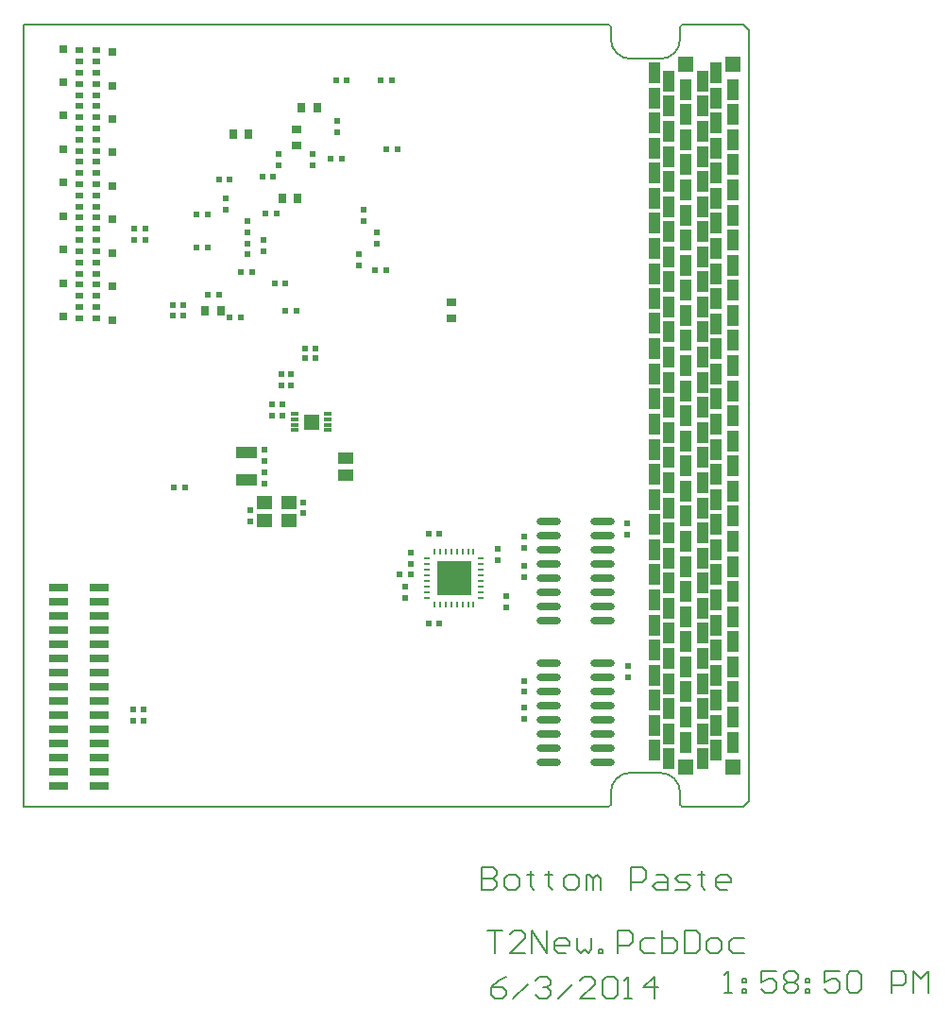
<source format=gbp>
%FSLAX44Y44*%
%MOMM*%
G71*
G01*
G75*
G04 Layer_Color=128*
%ADD10O,2.2000X0.6000*%
%ADD11R,0.6000X0.6000*%
%ADD12R,0.6000X0.5000*%
%ADD13R,2.7940X0.7366*%
%ADD14R,0.6000X1.2000*%
%ADD15R,1.6500X0.3000*%
%ADD16R,2.6000X1.1000*%
%ADD17R,1.0000X1.5000*%
%ADD18R,0.6000X0.6000*%
%ADD19R,0.5000X0.6000*%
%ADD20R,0.8000X0.9000*%
%ADD21R,1.0000X1.6000*%
%ADD22R,0.7000X0.3000*%
%ADD23R,1.2000X0.6000*%
%ADD24R,0.9000X0.7000*%
%ADD25R,0.7000X0.9000*%
%ADD26R,0.6500X0.9000*%
%ADD27R,1.1000X1.4000*%
%ADD28R,0.7000X0.6000*%
%ADD29R,1.4000X1.1000*%
%ADD30R,0.6000X0.7000*%
%ADD31O,0.8000X0.5000*%
%ADD32O,0.3500X0.9500*%
%ADD33O,0.9500X0.3500*%
%ADD34R,3.1500X3.1500*%
%ADD35C,0.2700*%
%ADD36O,0.2500X1.5500*%
%ADD37O,1.5500X0.2500*%
%ADD38C,0.5000*%
%ADD39C,0.1270*%
%ADD40C,0.5080*%
%ADD41C,0.6350*%
%ADD42C,0.2540*%
%ADD43C,0.1778*%
%ADD44C,0.2032*%
%ADD45C,0.3048*%
%ADD46C,0.1524*%
%ADD47R,0.9000X0.6000*%
%ADD48R,1.4000X3.3000*%
%ADD49R,1.1000X1.9000*%
%ADD50R,2.5400X0.6350*%
%ADD51R,0.6000X1.6250*%
%ADD52R,3.9250X2.0000*%
%ADD53R,4.0250X0.7250*%
%ADD54R,2.0000X1.5000*%
%ADD55R,1.3750X0.3000*%
%ADD56R,0.9000X0.6500*%
%ADD57R,0.8000X1.2500*%
%ADD58R,1.9000X4.3000*%
%ADD59R,2.1500X2.2250*%
%ADD60R,3.0000X5.8750*%
%ADD61R,2.6000X0.9000*%
%ADD62R,2.5750X2.2750*%
%ADD63R,5.8500X2.1250*%
%ADD64R,3.6000X1.8000*%
%ADD65R,1.4000X3.8000*%
%ADD66R,1.3000X3.3000*%
%ADD67R,2.6000X0.9000*%
%ADD68R,2.6000X0.9000*%
%ADD69R,2.6000X1.0000*%
%ADD70R,2.6000X1.0000*%
%ADD71R,3.8000X2.2000*%
%ADD72R,1.8000X1.6000*%
%ADD73C,0.6000*%
%ADD74C,0.1270*%
%ADD75C,0.2000*%
%ADD76C,0.9500*%
%ADD77C,5.0000*%
%ADD78C,0.6600*%
%ADD79C,0.5588*%
%ADD80C,1.0160*%
%ADD81C,1.3970*%
%ADD82R,1.6000X0.5000*%
%ADD83R,0.5000X1.6000*%
%ADD84R,13.4000X2.8000*%
%ADD85C,0.8080*%
%ADD86C,1.5240*%
%ADD87C,1.2700*%
%ADD88C,1.2080*%
%ADD89C,1.4080*%
%ADD90C,2.3080*%
G04:AMPARAMS|DCode=91|XSize=1.158mm|YSize=1.158mm|CornerRadius=0mm|HoleSize=0mm|Usage=FLASHONLY|Rotation=0.000|XOffset=0mm|YOffset=0mm|HoleType=Round|Shape=Relief|Width=0.254mm|Gap=0.127mm|Entries=4|*
%AMTHD91*
7,0,0,1.1580,0.9040,0.2540,45*
%
%ADD91THD91*%
%ADD92C,1.1580*%
G04:AMPARAMS|DCode=93|XSize=0.808mm|YSize=0.808mm|CornerRadius=0mm|HoleSize=0mm|Usage=FLASHONLY|Rotation=0.000|XOffset=0mm|YOffset=0mm|HoleType=Round|Shape=Relief|Width=0.254mm|Gap=0.127mm|Entries=4|*
%AMTHD93*
7,0,0,0.8080,0.5540,0.2540,45*
%
%ADD93THD93*%
%ADD94C,3.0080*%
%ADD95C,0.8128*%
%ADD96R,1.6000X0.5000*%
%ADD97R,2.2000X2.8000*%
%ADD98R,11.2000X2.8000*%
%ADD99C,0.8380*%
%ADD100R,6.5000X2.8000*%
%ADD101R,6.8000X2.8000*%
%ADD102R,2.3000X2.7000*%
%ADD103R,11.0000X2.8000*%
%ADD104R,0.2500X0.6000*%
%ADD105R,0.6000X0.2500*%
%ADD106R,3.1000X3.1000*%
%ADD107R,1.6764X0.7366*%
%ADD108R,0.7000X0.5000*%
%ADD109R,0.6500X0.8000*%
%ADD110R,1.4000X1.2000*%
%ADD111R,1.9000X1.1000*%
%ADD112R,0.9000X0.8000*%
%ADD113R,0.7500X0.3000*%
%ADD114R,1.3600X1.4600*%
%ADD115C,0.7112*%
%ADD116R,1.6000X1.4000*%
%ADD117R,3.4290X0.6350*%
%ADD118R,0.8000X0.8000*%
%ADD119R,4.8500X1.5000*%
%ADD120R,1.6000X1.5000*%
%ADD121R,2.1750X1.5000*%
%ADD122R,1.6000X0.8000*%
%ADD123R,1.5750X1.5000*%
%ADD124R,1.3500X3.8000*%
%ADD125R,0.9000X0.9500*%
%ADD126R,0.6750X2.1250*%
%ADD127R,0.7500X2.1250*%
%ADD128R,1.5500X1.3750*%
%ADD129R,3.3000X0.8000*%
%ADD130R,2.2000X2.3000*%
%ADD131R,4.4000X0.7000*%
%ADD132R,4.4000X2.0000*%
%ADD133R,3.3250X2.7500*%
%ADD134R,2.1500X0.8000*%
%ADD135R,1.8500X3.8250*%
%ADD136R,1.5750X0.5250*%
%ADD137R,1.7000X0.5000*%
%ADD138R,1.4750X0.8000*%
%ADD139R,1.4500X0.8000*%
%ADD140R,1.6000X1.5250*%
%ADD141R,1.4500X0.8000*%
%ADD142R,1.6250X1.5000*%
%ADD143R,1.3500X1.8000*%
%ADD144R,1.5250X1.5000*%
%ADD145R,1.4500X1.8000*%
%ADD146R,1.5500X1.5000*%
%ADD147R,1.6500X0.8000*%
%ADD148R,1.6500X2.5000*%
%ADD149R,1.3970X2.4130*%
%ADD150R,1.3970X0.6350*%
%ADD151C,0.6000*%
%ADD152C,0.2500*%
%ADD153C,0.2000*%
%ADD154C,0.1500*%
%ADD155R,0.8000X1.4000*%
%ADD156R,1.3000X1.3000*%
%ADD157C,1.2000*%
%ADD158O,2.3016X0.7016*%
%ADD159R,0.7016X0.7016*%
%ADD160R,0.7016X0.6016*%
%ADD161R,2.8956X0.8382*%
%ADD162R,0.7016X1.3016*%
%ADD163R,1.7516X0.4016*%
%ADD164R,2.7016X1.2016*%
%ADD165R,0.7016X0.7016*%
%ADD166R,0.6016X0.7016*%
%ADD167R,0.9016X1.0016*%
%ADD168R,1.1016X1.7016*%
%ADD169R,0.8016X0.4016*%
%ADD170R,1.3016X0.7016*%
%ADD171R,1.0016X0.8016*%
%ADD172R,0.8016X1.0016*%
%ADD173R,0.7516X1.0016*%
%ADD174R,1.2016X1.5016*%
%ADD175R,0.8016X0.7016*%
%ADD176R,1.5016X1.2016*%
%ADD177R,0.7016X0.8016*%
%ADD178O,0.9016X0.6016*%
%ADD179O,0.4516X1.0516*%
%ADD180O,1.0516X0.4516*%
%ADD181R,3.2516X3.2516*%
%ADD182C,0.3716*%
%ADD183O,0.3516X1.6516*%
%ADD184O,1.6516X0.3516*%
%ADD185C,0.6016*%
%ADD186C,0.2286*%
%ADD187C,0.3016*%
%ADD188C,1.0516*%
%ADD189C,5.1016*%
%ADD190C,0.7016*%
%ADD191C,0.6604*%
%ADD192R,0.3516X0.7016*%
%ADD193R,0.7016X0.3516*%
%ADD194R,3.2016X3.2016*%
%ADD195R,1.7780X0.8382*%
%ADD196R,0.8016X0.6016*%
%ADD197R,0.7516X0.9016*%
%ADD198R,1.5016X1.3016*%
%ADD199R,2.0016X1.2016*%
%ADD200R,1.0016X0.9016*%
%ADD201R,0.8516X0.4016*%
%ADD202R,1.4616X1.5616*%
%ADD203C,0.7616*%
%ADD204R,1.4500X1.4000*%
%ADD205R,1.0000X1.9500*%
D10*
X719000Y455450D02*
D03*
Y442750D02*
D03*
Y430050D02*
D03*
Y417350D02*
D03*
Y404650D02*
D03*
Y391950D02*
D03*
Y379250D02*
D03*
Y366550D02*
D03*
X671000Y455450D02*
D03*
Y442750D02*
D03*
Y430050D02*
D03*
Y417350D02*
D03*
Y404650D02*
D03*
Y391950D02*
D03*
Y379250D02*
D03*
Y366550D02*
D03*
X719000Y328450D02*
D03*
Y315750D02*
D03*
Y303050D02*
D03*
Y290350D02*
D03*
Y277650D02*
D03*
Y264950D02*
D03*
Y252250D02*
D03*
Y239550D02*
D03*
X671000Y328450D02*
D03*
Y315750D02*
D03*
Y303050D02*
D03*
Y290350D02*
D03*
Y277650D02*
D03*
Y264950D02*
D03*
Y252250D02*
D03*
Y239550D02*
D03*
D11*
X633000Y389000D02*
D03*
Y379000D02*
D03*
X542000Y397000D02*
D03*
Y387000D02*
D03*
X415000Y698000D02*
D03*
Y708000D02*
D03*
X741000Y454000D02*
D03*
Y444000D02*
D03*
X649000Y303000D02*
D03*
Y313000D02*
D03*
Y442000D02*
D03*
Y432000D02*
D03*
X742000Y316000D02*
D03*
Y326000D02*
D03*
D12*
X475000Y781000D02*
D03*
X485000D02*
D03*
X452000Y611000D02*
D03*
X462000D02*
D03*
X452000Y602000D02*
D03*
X462000D02*
D03*
X309000Y708000D02*
D03*
X299000D02*
D03*
X309000Y718000D02*
D03*
X299000D02*
D03*
X385000Y762000D02*
D03*
X375000D02*
D03*
X365000Y731000D02*
D03*
X355000D02*
D03*
X355000Y701000D02*
D03*
X365000D02*
D03*
X405000Y679000D02*
D03*
X395000D02*
D03*
X365000Y659000D02*
D03*
X375000D02*
D03*
X525000Y789000D02*
D03*
X535000D02*
D03*
X435000Y669000D02*
D03*
X425000D02*
D03*
X385000Y639000D02*
D03*
X395000D02*
D03*
X515000Y681000D02*
D03*
X525000D02*
D03*
X414000Y765000D02*
D03*
X424000D02*
D03*
X573000Y445000D02*
D03*
X563000D02*
D03*
X573000Y364000D02*
D03*
X563000D02*
D03*
X427000Y732000D02*
D03*
X417000D02*
D03*
X480000Y851000D02*
D03*
X490000D02*
D03*
X520000D02*
D03*
X530000D02*
D03*
D18*
X445000Y645000D02*
D03*
X435000D02*
D03*
X308000Y287000D02*
D03*
X298000D02*
D03*
X308000Y277000D02*
D03*
X298000D02*
D03*
X345000Y486000D02*
D03*
X335000D02*
D03*
X537000Y408000D02*
D03*
X547000D02*
D03*
D19*
X432000Y561000D02*
D03*
Y551000D02*
D03*
X423000Y561000D02*
D03*
Y551000D02*
D03*
X416000Y500000D02*
D03*
Y490000D02*
D03*
X416000Y510000D02*
D03*
Y520000D02*
D03*
X431000Y578000D02*
D03*
Y588000D02*
D03*
X440000Y578000D02*
D03*
Y588000D02*
D03*
X451000Y473000D02*
D03*
Y463000D02*
D03*
X403000Y456000D02*
D03*
Y466000D02*
D03*
X334000Y650000D02*
D03*
Y640000D02*
D03*
X343000Y650000D02*
D03*
Y640000D02*
D03*
X649000Y279000D02*
D03*
Y289000D02*
D03*
Y406000D02*
D03*
Y416000D02*
D03*
X381000Y735000D02*
D03*
Y745000D02*
D03*
X401000Y705000D02*
D03*
Y695000D02*
D03*
X401000Y715000D02*
D03*
Y725000D02*
D03*
X429000Y785000D02*
D03*
Y775000D02*
D03*
X501000Y695000D02*
D03*
Y685000D02*
D03*
X459000Y785000D02*
D03*
Y775000D02*
D03*
X517000Y715000D02*
D03*
Y705000D02*
D03*
X505000Y725000D02*
D03*
Y735000D02*
D03*
X481000Y815000D02*
D03*
Y805000D02*
D03*
X547000Y418000D02*
D03*
Y428000D02*
D03*
X625000Y421000D02*
D03*
Y431000D02*
D03*
D20*
X432000Y745000D02*
D03*
X446000D02*
D03*
X402000Y803000D02*
D03*
X388000D02*
D03*
X463000Y827000D02*
D03*
X449000D02*
D03*
X377000Y645000D02*
D03*
X363000D02*
D03*
D29*
X489000Y512500D02*
D03*
Y497500D02*
D03*
D39*
X200000Y200000D02*
X724500D01*
D46*
X611000Y145994D02*
Y126000D01*
X620997D01*
X624329Y129332D01*
Y132664D01*
X620997Y135997D01*
X611000D01*
X620997D01*
X624329Y139329D01*
Y142661D01*
X620997Y145994D01*
X611000D01*
X634326Y126000D02*
X640990D01*
X644323Y129332D01*
Y135997D01*
X640990Y139329D01*
X634326D01*
X630994Y135997D01*
Y129332D01*
X634326Y126000D01*
X654319Y142661D02*
Y139329D01*
X650987D01*
X657652D01*
X654319D01*
Y129332D01*
X657652Y126000D01*
X670981Y142661D02*
Y139329D01*
X667648D01*
X674313D01*
X670981D01*
Y129332D01*
X674313Y126000D01*
X687642D02*
X694306D01*
X697639Y129332D01*
Y135997D01*
X694306Y139329D01*
X687642D01*
X684310Y135997D01*
Y129332D01*
X687642Y126000D01*
X704303D02*
Y139329D01*
X707635D01*
X710968Y135997D01*
Y126000D01*
Y135997D01*
X714300Y139329D01*
X717632Y135997D01*
Y126000D01*
X744290D02*
Y145994D01*
X754287D01*
X757619Y142661D01*
Y135997D01*
X754287Y132664D01*
X744290D01*
X767616Y139329D02*
X774281D01*
X777613Y135997D01*
Y126000D01*
X767616D01*
X764284Y129332D01*
X767616Y132664D01*
X777613D01*
X784277Y126000D02*
X794274D01*
X797607Y129332D01*
X794274Y132664D01*
X787610D01*
X784277Y135997D01*
X787610Y139329D01*
X797607D01*
X807603Y142661D02*
Y139329D01*
X804271D01*
X810936D01*
X807603D01*
Y129332D01*
X810936Y126000D01*
X830929D02*
X824265D01*
X820932Y129332D01*
Y135997D01*
X824265Y139329D01*
X830929D01*
X834261Y135997D01*
Y132664D01*
X820932D01*
X790500Y901000D02*
G03*
X788500Y899000I0J-2000D01*
G01*
X726500D02*
G03*
X724500Y901000I-2000J0D01*
G01*
X726500Y888000D02*
G03*
X744000Y870500I17500J0D01*
G01*
X771000D02*
G03*
X788500Y888000I0J17500D01*
G01*
Y213000D02*
G03*
X771000Y230500I-17500J0D01*
G01*
X744000D02*
G03*
X726500Y213000I0J-17500D01*
G01*
X724500Y200000D02*
G03*
X726500Y202000I0J2000D01*
G01*
X788500D02*
G03*
X790500Y200000I2000J0D01*
G01*
X200000Y901000D02*
X724500D01*
X790500D02*
X845000D01*
X726500Y888000D02*
Y899000D01*
X788500Y888000D02*
Y899000D01*
X744000Y870500D02*
X771000D01*
X744000Y230500D02*
X771000D01*
X788500Y202000D02*
Y213000D01*
X726500Y202000D02*
Y213000D01*
X845000Y901000D02*
X850000Y896000D01*
Y205000D02*
Y896000D01*
X845000Y200000D02*
X850000Y205000D01*
X790500Y200000D02*
X845000D01*
X200000D02*
Y901000D01*
X616000Y88994D02*
X629329D01*
X622664D01*
Y69000D01*
X649323D02*
X635994D01*
X649323Y82329D01*
Y85661D01*
X645990Y88994D01*
X639326D01*
X635994Y85661D01*
X655987Y69000D02*
Y88994D01*
X669316Y69000D01*
Y88994D01*
X685977Y69000D02*
X679313D01*
X675981Y72332D01*
Y78997D01*
X679313Y82329D01*
X685977D01*
X689310Y78997D01*
Y75665D01*
X675981D01*
X695974Y82329D02*
Y72332D01*
X699306Y69000D01*
X702639Y72332D01*
X705971Y69000D01*
X709303Y72332D01*
Y82329D01*
X715968Y69000D02*
Y72332D01*
X719300D01*
Y69000D01*
X715968D01*
X732629D02*
Y88994D01*
X742626D01*
X745958Y85661D01*
Y78997D01*
X742626Y75665D01*
X732629D01*
X765952Y82329D02*
X755955D01*
X752623Y78997D01*
Y72332D01*
X755955Y69000D01*
X765952D01*
X772616Y88994D02*
Y69000D01*
X782613D01*
X785945Y72332D01*
Y75665D01*
Y78997D01*
X782613Y82329D01*
X772616D01*
X792610Y88994D02*
Y69000D01*
X802607D01*
X805939Y72332D01*
Y85661D01*
X802607Y88994D01*
X792610D01*
X815936Y69000D02*
X822600D01*
X825932Y72332D01*
Y78997D01*
X822600Y82329D01*
X815936D01*
X812603Y78997D01*
Y72332D01*
X815936Y69000D01*
X845926Y82329D02*
X835929D01*
X832597Y78997D01*
Y72332D01*
X835929Y69000D01*
X845926D01*
X632329Y47994D02*
X625664Y44661D01*
X619000Y37997D01*
Y31332D01*
X622332Y28000D01*
X628997D01*
X632329Y31332D01*
Y34664D01*
X628997Y37997D01*
X619000D01*
X638994Y28000D02*
X652323Y41329D01*
X658987Y44661D02*
X662319Y47994D01*
X668984D01*
X672316Y44661D01*
Y41329D01*
X668984Y37997D01*
X665652D01*
X668984D01*
X672316Y34664D01*
Y31332D01*
X668984Y28000D01*
X662319D01*
X658987Y31332D01*
X678981Y28000D02*
X692310Y41329D01*
X712303Y28000D02*
X698974D01*
X712303Y41329D01*
Y44661D01*
X708971Y47994D01*
X702307D01*
X698974Y44661D01*
X718968D02*
X722300Y47994D01*
X728965D01*
X732297Y44661D01*
Y31332D01*
X728965Y28000D01*
X722300D01*
X718968Y31332D01*
Y44661D01*
X738961Y28000D02*
X745626D01*
X742294D01*
Y47994D01*
X738961Y44661D01*
X765619Y28000D02*
Y47994D01*
X755623Y37997D01*
X768952D01*
X828000Y33000D02*
X834665D01*
X831332D01*
Y52994D01*
X828000Y49661D01*
X844661Y46329D02*
X847993D01*
Y42997D01*
X844661D01*
Y46329D01*
Y36332D02*
X847993D01*
Y33000D01*
X844661D01*
Y36332D01*
X874652Y52994D02*
X861323D01*
Y42997D01*
X867987Y46329D01*
X871319D01*
X874652Y42997D01*
Y36332D01*
X871319Y33000D01*
X864655D01*
X861323Y36332D01*
X881316Y49661D02*
X884648Y52994D01*
X891313D01*
X894645Y49661D01*
Y46329D01*
X891313Y42997D01*
X894645Y39664D01*
Y36332D01*
X891313Y33000D01*
X884648D01*
X881316Y36332D01*
Y39664D01*
X884648Y42997D01*
X881316Y46329D01*
Y49661D01*
X884648Y42997D02*
X891313D01*
X901310Y46329D02*
X904642D01*
Y42997D01*
X901310D01*
Y46329D01*
Y36332D02*
X904642D01*
Y33000D01*
X901310D01*
Y36332D01*
X931300Y52994D02*
X917971D01*
Y42997D01*
X924635Y46329D01*
X927968D01*
X931300Y42997D01*
Y36332D01*
X927968Y33000D01*
X921303D01*
X917971Y36332D01*
X937964Y49661D02*
X941297Y52994D01*
X947961D01*
X951294Y49661D01*
Y36332D01*
X947961Y33000D01*
X941297D01*
X937964Y36332D01*
Y49661D01*
X977952Y33000D02*
Y52994D01*
X987948D01*
X991281Y49661D01*
Y42997D01*
X987948Y39664D01*
X977952D01*
X997945Y33000D02*
Y52994D01*
X1004610Y46329D01*
X1011274Y52994D01*
Y33000D01*
D104*
X568500Y429000D02*
D03*
X573500D02*
D03*
X578500D02*
D03*
X583500D02*
D03*
X588500D02*
D03*
X593500D02*
D03*
X598500D02*
D03*
X603500D02*
D03*
Y381000D02*
D03*
X598500D02*
D03*
X593500D02*
D03*
X588500D02*
D03*
X583500D02*
D03*
X578500D02*
D03*
X573500D02*
D03*
X568500D02*
D03*
D105*
X610000Y422500D02*
D03*
Y417500D02*
D03*
Y412500D02*
D03*
Y407500D02*
D03*
Y402500D02*
D03*
Y397500D02*
D03*
Y392500D02*
D03*
Y387500D02*
D03*
X562000D02*
D03*
Y392500D02*
D03*
Y397500D02*
D03*
Y402500D02*
D03*
Y407500D02*
D03*
Y412500D02*
D03*
Y417500D02*
D03*
Y422500D02*
D03*
D106*
X586000Y405000D02*
D03*
D107*
X231265Y307900D02*
D03*
Y384100D02*
D03*
X268095D02*
D03*
X231265Y371400D02*
D03*
X268095D02*
D03*
X231265Y358700D02*
D03*
X268095D02*
D03*
X231265Y346000D02*
D03*
X268095D02*
D03*
X231265Y333300D02*
D03*
X268095D02*
D03*
X231265Y320600D02*
D03*
X268095D02*
D03*
Y307900D02*
D03*
X231265Y219000D02*
D03*
Y295200D02*
D03*
X268095D02*
D03*
X231265Y282500D02*
D03*
X268095D02*
D03*
X231265Y269800D02*
D03*
X268095D02*
D03*
X231265Y257100D02*
D03*
X268095D02*
D03*
X231265Y244400D02*
D03*
X268095D02*
D03*
X231265Y231700D02*
D03*
X268095D02*
D03*
Y219000D02*
D03*
Y396800D02*
D03*
X231265D02*
D03*
D108*
X265000Y638000D02*
D03*
X250000D02*
D03*
X265000Y648000D02*
D03*
X250000D02*
D03*
X265000Y658000D02*
D03*
X250000D02*
D03*
X265000Y668000D02*
D03*
X250000D02*
D03*
X265000Y678000D02*
D03*
X250000D02*
D03*
X265000Y688000D02*
D03*
X250000D02*
D03*
X265000Y698000D02*
D03*
X250000D02*
D03*
X265000Y708000D02*
D03*
X250000D02*
D03*
X265000Y718000D02*
D03*
X250000D02*
D03*
X265000Y728000D02*
D03*
X250000D02*
D03*
X265000Y738000D02*
D03*
X250000D02*
D03*
X265000Y748000D02*
D03*
X250000D02*
D03*
X265000Y758000D02*
D03*
X250000D02*
D03*
X265000Y768000D02*
D03*
X250000D02*
D03*
X265000Y778000D02*
D03*
X250000D02*
D03*
X265000Y788000D02*
D03*
X250000D02*
D03*
X265000Y798000D02*
D03*
X250000D02*
D03*
X265000Y808000D02*
D03*
X250000D02*
D03*
X265000Y818000D02*
D03*
X250000D02*
D03*
X265000Y828000D02*
D03*
X250000D02*
D03*
X265000Y838000D02*
D03*
X250000D02*
D03*
X265000Y848000D02*
D03*
X250000D02*
D03*
X265000Y858000D02*
D03*
X250000D02*
D03*
X265000Y868000D02*
D03*
X250000D02*
D03*
X265000Y878000D02*
D03*
X250000D02*
D03*
D109*
X279755Y696500D02*
D03*
Y726500D02*
D03*
Y756500D02*
D03*
Y786500D02*
D03*
Y816500D02*
D03*
Y846500D02*
D03*
Y876500D02*
D03*
Y666500D02*
D03*
Y636500D02*
D03*
X235250Y699500D02*
D03*
Y729500D02*
D03*
Y759500D02*
D03*
Y789500D02*
D03*
Y819500D02*
D03*
Y849500D02*
D03*
Y879500D02*
D03*
Y669500D02*
D03*
Y639500D02*
D03*
D110*
X416000Y473000D02*
D03*
X438000D02*
D03*
Y457000D02*
D03*
X416000D02*
D03*
D111*
X400000Y493000D02*
D03*
Y518000D02*
D03*
D112*
X584000Y652000D02*
D03*
Y638000D02*
D03*
X445000Y793000D02*
D03*
Y807000D02*
D03*
D113*
X473000Y552500D02*
D03*
Y547500D02*
D03*
Y542500D02*
D03*
Y537500D02*
D03*
X443000D02*
D03*
Y542500D02*
D03*
Y547500D02*
D03*
Y552500D02*
D03*
D114*
X458000Y545000D02*
D03*
D204*
X793750Y865500D02*
D03*
X836250Y865500D02*
D03*
X836250Y235500D02*
D03*
X793750Y235500D02*
D03*
D205*
X821000Y633000D02*
D03*
X836000Y640500D02*
D03*
Y843000D02*
D03*
Y820500D02*
D03*
Y798000D02*
D03*
Y775500D02*
D03*
Y753000D02*
D03*
Y730500D02*
D03*
Y708000D02*
D03*
Y685500D02*
D03*
Y663000D02*
D03*
Y618000D02*
D03*
Y595500D02*
D03*
Y573000D02*
D03*
Y550500D02*
D03*
Y528000D02*
D03*
Y505500D02*
D03*
Y483000D02*
D03*
Y460500D02*
D03*
Y438000D02*
D03*
Y415500D02*
D03*
Y393000D02*
D03*
Y370500D02*
D03*
Y348000D02*
D03*
Y325500D02*
D03*
Y303000D02*
D03*
Y280500D02*
D03*
Y258000D02*
D03*
X821000Y858000D02*
D03*
Y835500D02*
D03*
Y813000D02*
D03*
Y790500D02*
D03*
Y768000D02*
D03*
Y745500D02*
D03*
Y723000D02*
D03*
Y700500D02*
D03*
Y678000D02*
D03*
Y655500D02*
D03*
Y610500D02*
D03*
Y588000D02*
D03*
Y565500D02*
D03*
Y543000D02*
D03*
Y520500D02*
D03*
Y498000D02*
D03*
Y475500D02*
D03*
Y453000D02*
D03*
Y430500D02*
D03*
Y408000D02*
D03*
Y385500D02*
D03*
Y363000D02*
D03*
Y340500D02*
D03*
Y318000D02*
D03*
Y295500D02*
D03*
Y273000D02*
D03*
Y250500D02*
D03*
X808500Y625750D02*
D03*
Y850500D02*
D03*
Y828000D02*
D03*
Y805500D02*
D03*
Y783000D02*
D03*
Y760500D02*
D03*
Y738000D02*
D03*
Y715500D02*
D03*
Y693000D02*
D03*
Y670500D02*
D03*
Y648000D02*
D03*
Y603000D02*
D03*
Y580500D02*
D03*
Y558000D02*
D03*
Y535500D02*
D03*
Y513000D02*
D03*
Y490500D02*
D03*
Y468000D02*
D03*
Y445500D02*
D03*
Y423000D02*
D03*
Y400500D02*
D03*
Y378000D02*
D03*
Y355500D02*
D03*
Y333000D02*
D03*
Y310500D02*
D03*
Y288000D02*
D03*
Y265500D02*
D03*
X808500Y243000D02*
D03*
X793500Y640750D02*
D03*
X766000Y858000D02*
D03*
Y835500D02*
D03*
Y813000D02*
D03*
Y790500D02*
D03*
Y768000D02*
D03*
Y745500D02*
D03*
Y723000D02*
D03*
Y700500D02*
D03*
Y678000D02*
D03*
Y655500D02*
D03*
Y610500D02*
D03*
Y588000D02*
D03*
Y565500D02*
D03*
Y543000D02*
D03*
Y520500D02*
D03*
Y498000D02*
D03*
Y475500D02*
D03*
Y453000D02*
D03*
Y430500D02*
D03*
Y408000D02*
D03*
Y385500D02*
D03*
Y363000D02*
D03*
Y340500D02*
D03*
Y318000D02*
D03*
Y295500D02*
D03*
Y273000D02*
D03*
Y250500D02*
D03*
Y633250D02*
D03*
X778500Y850500D02*
D03*
Y828000D02*
D03*
Y805500D02*
D03*
Y783000D02*
D03*
Y760500D02*
D03*
Y738000D02*
D03*
Y715500D02*
D03*
Y693000D02*
D03*
Y670500D02*
D03*
Y648000D02*
D03*
Y603000D02*
D03*
Y580500D02*
D03*
Y558000D02*
D03*
Y535500D02*
D03*
Y513000D02*
D03*
Y490500D02*
D03*
Y468000D02*
D03*
Y445500D02*
D03*
Y423000D02*
D03*
Y400500D02*
D03*
Y378000D02*
D03*
Y355500D02*
D03*
Y333000D02*
D03*
Y310500D02*
D03*
Y288000D02*
D03*
Y265500D02*
D03*
X778500Y243000D02*
D03*
X778500Y625750D02*
D03*
X793500Y258000D02*
D03*
Y280500D02*
D03*
Y303000D02*
D03*
Y325500D02*
D03*
Y348000D02*
D03*
Y370500D02*
D03*
Y393000D02*
D03*
Y415500D02*
D03*
Y438000D02*
D03*
Y460500D02*
D03*
Y483000D02*
D03*
Y505500D02*
D03*
Y528000D02*
D03*
Y550500D02*
D03*
Y573000D02*
D03*
Y595500D02*
D03*
Y618000D02*
D03*
Y663000D02*
D03*
Y685500D02*
D03*
Y708000D02*
D03*
Y730500D02*
D03*
Y753000D02*
D03*
Y775500D02*
D03*
Y798000D02*
D03*
Y820500D02*
D03*
Y843000D02*
D03*
M02*

</source>
